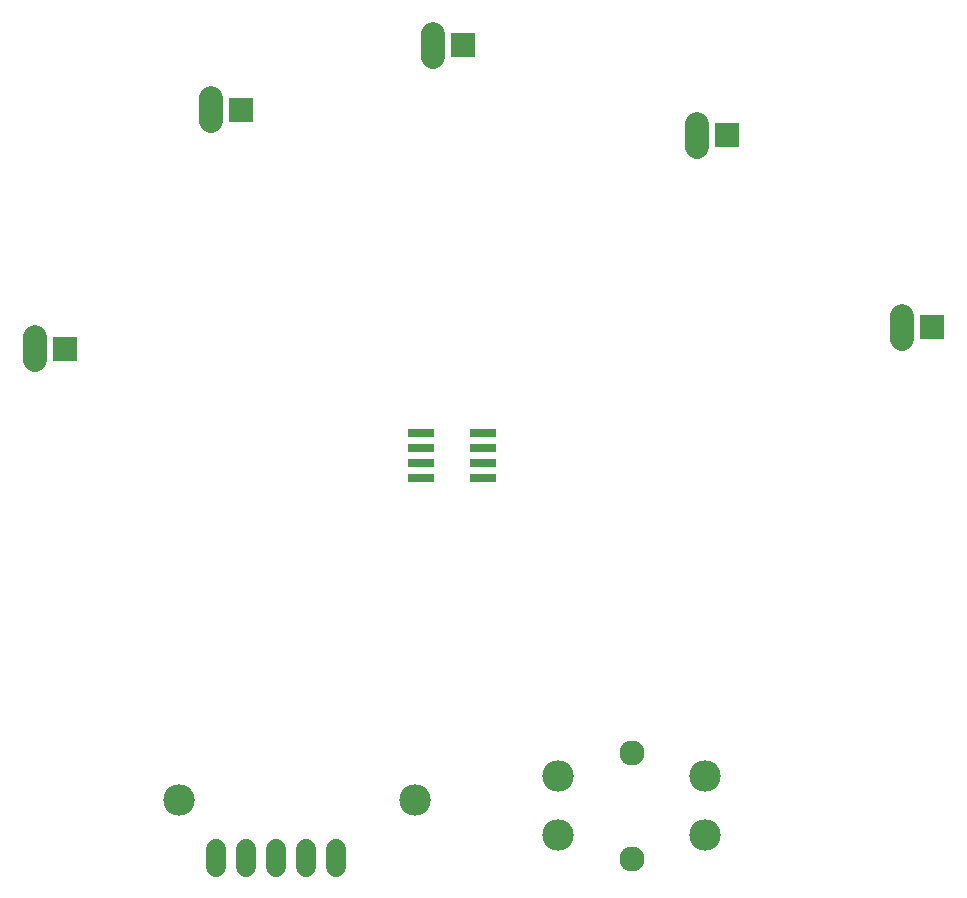
<source format=gbr>
G04 EAGLE Gerber RS-274X export*
G75*
%MOMM*%
%FSLAX34Y34*%
%LPD*%
%INSoldermask Top*%
%IPPOS*%
%AMOC8*
5,1,8,0,0,1.08239X$1,22.5*%
G01*
%ADD10C,2.667000*%
%ADD11R,2.006600X2.006600*%
%ADD12C,2.057400*%
%ADD13C,2.127000*%
%ADD14R,2.327000X0.727000*%
%ADD15C,1.651000*%


D10*
X448954Y193371D03*
X248954Y193371D03*
D11*
X301752Y778256D03*
D12*
X276352Y787908D02*
X276352Y768604D01*
D10*
X569960Y213722D03*
X694960Y213722D03*
X569960Y163722D03*
X694960Y163722D03*
D13*
X632460Y143722D03*
X632460Y233722D03*
D14*
X506568Y479298D03*
X454568Y479298D03*
X506568Y466598D03*
X506568Y491998D03*
X506568Y504698D03*
X454568Y466598D03*
X454568Y491998D03*
X454568Y504698D03*
D11*
X152908Y575818D03*
D12*
X127508Y585470D02*
X127508Y566166D01*
D11*
X887222Y594106D03*
D12*
X861822Y603758D02*
X861822Y584454D01*
D11*
X712978Y756666D03*
D12*
X687578Y766318D02*
X687578Y747014D01*
D15*
X382524Y152400D02*
X382524Y137160D01*
X357124Y137160D02*
X357124Y152400D01*
X331724Y152400D02*
X331724Y137160D01*
X306324Y137160D02*
X306324Y152400D01*
X280924Y152400D02*
X280924Y137160D01*
D11*
X489458Y832866D03*
D12*
X464058Y842518D02*
X464058Y823214D01*
M02*

</source>
